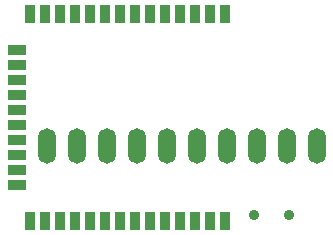
<source format=gbr>
%TF.GenerationSoftware,KiCad,Pcbnew,7.0.2-1.fc38*%
%TF.CreationDate,2023-05-15T15:28:07+02:00*%
%TF.ProjectId,marauder_mini_pcb,6d617261-7564-4657-925f-6d696e695f70,rev?*%
%TF.SameCoordinates,Original*%
%TF.FileFunction,Soldermask,Top*%
%TF.FilePolarity,Negative*%
%FSLAX46Y46*%
G04 Gerber Fmt 4.6, Leading zero omitted, Abs format (unit mm)*
G04 Created by KiCad (PCBNEW 7.0.2-1.fc38) date 2023-05-15 15:28:07*
%MOMM*%
%LPD*%
G01*
G04 APERTURE LIST*
%ADD10R,0.900000X1.500000*%
%ADD11R,1.500000X0.900000*%
%ADD12C,0.900000*%
%ADD13O,1.500000X3.000000*%
G04 APERTURE END LIST*
D10*
%TO.C,U1*%
X58730000Y-41210000D03*
X57460000Y-41210000D03*
X56190000Y-41210000D03*
X54920000Y-41210000D03*
X53650000Y-41210000D03*
X52380000Y-41210000D03*
X51110000Y-41210000D03*
X49840000Y-41210000D03*
X48570000Y-41210000D03*
X47300000Y-41210000D03*
X46030000Y-41210000D03*
X44760000Y-41210000D03*
X43490000Y-41210000D03*
X42220000Y-41210000D03*
D11*
X41125000Y-44245000D03*
X41125000Y-45515000D03*
X41125000Y-46785000D03*
X41125000Y-48055000D03*
X41125000Y-49325000D03*
X41125000Y-50595000D03*
X41125000Y-51865000D03*
X41125000Y-53135000D03*
X41125000Y-54405000D03*
X41125000Y-55675000D03*
D10*
X42220000Y-58710000D03*
X43490000Y-58710000D03*
X44760000Y-58710000D03*
X46030000Y-58710000D03*
X47300000Y-58710000D03*
X48570000Y-58710000D03*
X49840000Y-58710000D03*
X51110000Y-58710000D03*
X52380000Y-58710000D03*
X53650000Y-58710000D03*
X54920000Y-58710000D03*
X56190000Y-58710000D03*
X57460000Y-58710000D03*
X58730000Y-58710000D03*
%TD*%
D12*
%TO.C,SW1*%
X64200000Y-58255000D03*
X61200000Y-58255000D03*
%TD*%
D13*
%TO.C,J1*%
X66500000Y-52375000D03*
X63960000Y-52375000D03*
X61420000Y-52375000D03*
X58880000Y-52375000D03*
X56340000Y-52375000D03*
X53800000Y-52375000D03*
X51260000Y-52375000D03*
X48720000Y-52375000D03*
X46180000Y-52375000D03*
X43640000Y-52375000D03*
%TD*%
M02*

</source>
